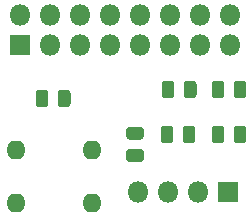
<source format=gts>
%TF.GenerationSoftware,KiCad,Pcbnew,(5.1.6-0-10_14)*%
%TF.CreationDate,2020-11-28T15:25:20+01:00*%
%TF.ProjectId,Raspberry_Pi_Hat,52617370-6265-4727-9279-5f50695f4861,v1.0*%
%TF.SameCoordinates,Original*%
%TF.FileFunction,Soldermask,Top*%
%TF.FilePolarity,Negative*%
%FSLAX46Y46*%
G04 Gerber Fmt 4.6, Leading zero omitted, Abs format (unit mm)*
G04 Created by KiCad (PCBNEW (5.1.6-0-10_14)) date 2020-11-28 15:25:20*
%MOMM*%
%LPD*%
G01*
G04 APERTURE LIST*
%ADD10O,1.624000X1.624000*%
%ADD11R,1.800000X1.800000*%
%ADD12O,1.800000X1.800000*%
G04 APERTURE END LIST*
%TO.C,R4*%
G36*
G01*
X127067500Y-110717250D02*
X127067500Y-109754750D01*
G75*
G02*
X127336250Y-109486000I268750J0D01*
G01*
X127873750Y-109486000D01*
G75*
G02*
X128142500Y-109754750I0J-268750D01*
G01*
X128142500Y-110717250D01*
G75*
G02*
X127873750Y-110986000I-268750J0D01*
G01*
X127336250Y-110986000D01*
G75*
G02*
X127067500Y-110717250I0J268750D01*
G01*
G37*
G36*
G01*
X125192500Y-110717250D02*
X125192500Y-109754750D01*
G75*
G02*
X125461250Y-109486000I268750J0D01*
G01*
X125998750Y-109486000D01*
G75*
G02*
X126267500Y-109754750I0J-268750D01*
G01*
X126267500Y-110717250D01*
G75*
G02*
X125998750Y-110986000I-268750J0D01*
G01*
X125461250Y-110986000D01*
G75*
G02*
X125192500Y-110717250I0J268750D01*
G01*
G37*
%TD*%
%TO.C,D2*%
G36*
G01*
X130488500Y-109754750D02*
X130488500Y-110717250D01*
G75*
G02*
X130219750Y-110986000I-268750J0D01*
G01*
X129682250Y-110986000D01*
G75*
G02*
X129413500Y-110717250I0J268750D01*
G01*
X129413500Y-109754750D01*
G75*
G02*
X129682250Y-109486000I268750J0D01*
G01*
X130219750Y-109486000D01*
G75*
G02*
X130488500Y-109754750I0J-268750D01*
G01*
G37*
G36*
G01*
X132363500Y-109754750D02*
X132363500Y-110717250D01*
G75*
G02*
X132094750Y-110986000I-268750J0D01*
G01*
X131557250Y-110986000D01*
G75*
G02*
X131288500Y-110717250I0J268750D01*
G01*
X131288500Y-109754750D01*
G75*
G02*
X131557250Y-109486000I268750J0D01*
G01*
X132094750Y-109486000D01*
G75*
G02*
X132363500Y-109754750I0J-268750D01*
G01*
G37*
%TD*%
%TO.C,D1*%
G36*
G01*
X132363500Y-113564750D02*
X132363500Y-114527250D01*
G75*
G02*
X132094750Y-114796000I-268750J0D01*
G01*
X131557250Y-114796000D01*
G75*
G02*
X131288500Y-114527250I0J268750D01*
G01*
X131288500Y-113564750D01*
G75*
G02*
X131557250Y-113296000I268750J0D01*
G01*
X132094750Y-113296000D01*
G75*
G02*
X132363500Y-113564750I0J-268750D01*
G01*
G37*
G36*
G01*
X130488500Y-113564750D02*
X130488500Y-114527250D01*
G75*
G02*
X130219750Y-114796000I-268750J0D01*
G01*
X129682250Y-114796000D01*
G75*
G02*
X129413500Y-114527250I0J268750D01*
G01*
X129413500Y-113564750D01*
G75*
G02*
X129682250Y-113296000I268750J0D01*
G01*
X130219750Y-113296000D01*
G75*
G02*
X130488500Y-113564750I0J-268750D01*
G01*
G37*
%TD*%
%TO.C,R1*%
G36*
G01*
X115599500Y-110516750D02*
X115599500Y-111479250D01*
G75*
G02*
X115330750Y-111748000I-268750J0D01*
G01*
X114793250Y-111748000D01*
G75*
G02*
X114524500Y-111479250I0J268750D01*
G01*
X114524500Y-110516750D01*
G75*
G02*
X114793250Y-110248000I268750J0D01*
G01*
X115330750Y-110248000D01*
G75*
G02*
X115599500Y-110516750I0J-268750D01*
G01*
G37*
G36*
G01*
X117474500Y-110516750D02*
X117474500Y-111479250D01*
G75*
G02*
X117205750Y-111748000I-268750J0D01*
G01*
X116668250Y-111748000D01*
G75*
G02*
X116399500Y-111479250I0J268750D01*
G01*
X116399500Y-110516750D01*
G75*
G02*
X116668250Y-110248000I268750J0D01*
G01*
X117205750Y-110248000D01*
G75*
G02*
X117474500Y-110516750I0J-268750D01*
G01*
G37*
%TD*%
%TO.C,R2*%
G36*
G01*
X123417250Y-116361500D02*
X122454750Y-116361500D01*
G75*
G02*
X122186000Y-116092750I0J268750D01*
G01*
X122186000Y-115555250D01*
G75*
G02*
X122454750Y-115286500I268750J0D01*
G01*
X123417250Y-115286500D01*
G75*
G02*
X123686000Y-115555250I0J-268750D01*
G01*
X123686000Y-116092750D01*
G75*
G02*
X123417250Y-116361500I-268750J0D01*
G01*
G37*
G36*
G01*
X123417250Y-114486500D02*
X122454750Y-114486500D01*
G75*
G02*
X122186000Y-114217750I0J268750D01*
G01*
X122186000Y-113680250D01*
G75*
G02*
X122454750Y-113411500I268750J0D01*
G01*
X123417250Y-113411500D01*
G75*
G02*
X123686000Y-113680250I0J-268750D01*
G01*
X123686000Y-114217750D01*
G75*
G02*
X123417250Y-114486500I-268750J0D01*
G01*
G37*
%TD*%
%TO.C,R3*%
G36*
G01*
X125095500Y-114527250D02*
X125095500Y-113564750D01*
G75*
G02*
X125364250Y-113296000I268750J0D01*
G01*
X125901750Y-113296000D01*
G75*
G02*
X126170500Y-113564750I0J-268750D01*
G01*
X126170500Y-114527250D01*
G75*
G02*
X125901750Y-114796000I-268750J0D01*
G01*
X125364250Y-114796000D01*
G75*
G02*
X125095500Y-114527250I0J268750D01*
G01*
G37*
G36*
G01*
X126970500Y-114527250D02*
X126970500Y-113564750D01*
G75*
G02*
X127239250Y-113296000I268750J0D01*
G01*
X127776750Y-113296000D01*
G75*
G02*
X128045500Y-113564750I0J-268750D01*
G01*
X128045500Y-114527250D01*
G75*
G02*
X127776750Y-114796000I-268750J0D01*
G01*
X127239250Y-114796000D01*
G75*
G02*
X126970500Y-114527250I0J268750D01*
G01*
G37*
%TD*%
D10*
%TO.C,SW1*%
X119329200Y-119862600D03*
X112826800Y-119862600D03*
X119329200Y-115341400D03*
X112826800Y-115341400D03*
%TD*%
D11*
%TO.C,U1*%
X130810000Y-118872000D03*
D12*
X128270000Y-118872000D03*
X125730000Y-118872000D03*
X123190000Y-118872000D03*
%TD*%
D11*
%TO.C,J1*%
X113160000Y-106510000D03*
D12*
X113160000Y-103970000D03*
X115700000Y-106510000D03*
X115700000Y-103970000D03*
X118240000Y-106510000D03*
X118240000Y-103970000D03*
X120780000Y-106510000D03*
X120780000Y-103970000D03*
X123320000Y-106510000D03*
X123320000Y-103970000D03*
X125860000Y-106510000D03*
X125860000Y-103970000D03*
X128400000Y-106510000D03*
X128400000Y-103970000D03*
X130940000Y-106510000D03*
X130940000Y-103970000D03*
%TD*%
M02*

</source>
